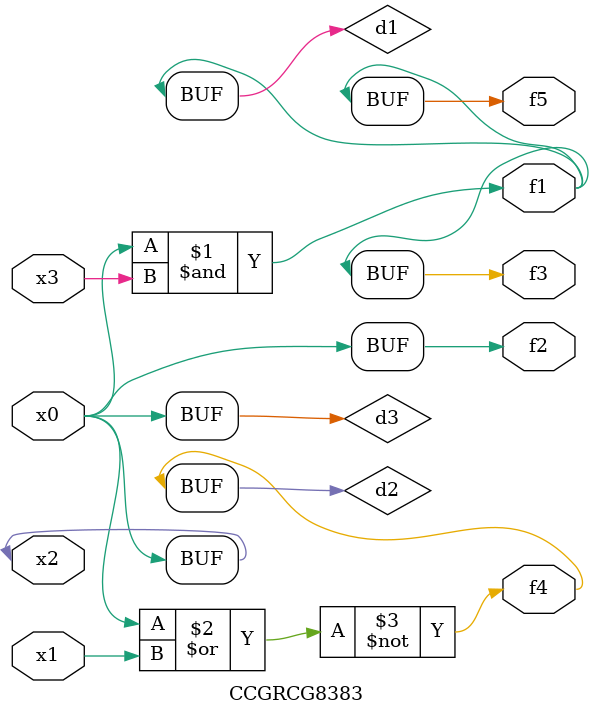
<source format=v>
module CCGRCG8383(
	input x0, x1, x2, x3,
	output f1, f2, f3, f4, f5
);

	wire d1, d2, d3;

	and (d1, x2, x3);
	nor (d2, x0, x1);
	buf (d3, x0, x2);
	assign f1 = d1;
	assign f2 = d3;
	assign f3 = d1;
	assign f4 = d2;
	assign f5 = d1;
endmodule

</source>
